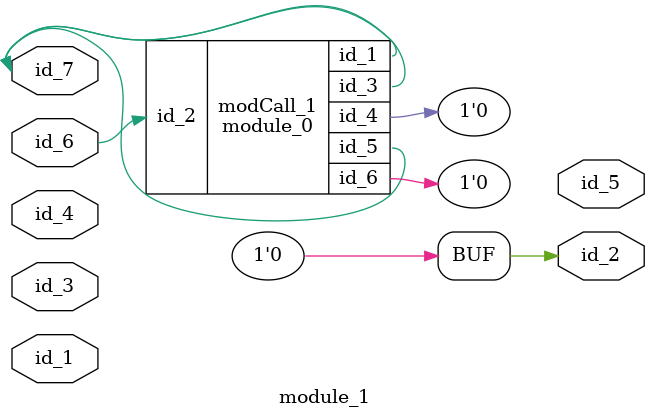
<source format=v>
module module_0 (
    id_1,
    id_2,
    id_3,
    id_4,
    id_5,
    id_6
);
  output wire id_6;
  inout wire id_5;
  output wire id_4;
  output wire id_3;
  input wire id_2;
  inout wire id_1;
endmodule
module module_1 (
    id_1,
    id_2,
    id_3,
    id_4,
    id_5,
    id_6,
    id_7
);
  inout wire id_7;
  input wire id_6;
  output wire id_5;
  input wire id_4;
  input wire id_3;
  output wire id_2;
  input wire id_1;
  assign id_2 = 1'h0;
  module_0 modCall_1 (
      id_7,
      id_6,
      id_7,
      id_2,
      id_7,
      id_2
  );
endmodule

</source>
